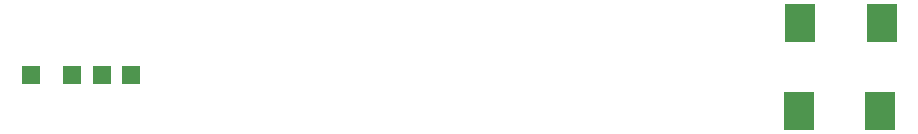
<source format=gbp>
G04 Layer_Color=128*
%FSLAX43Y43*%
%MOMM*%
G71*
G01*
G75*
%ADD12R,1.500X1.500*%
%ADD63R,2.500X3.300*%
D12*
X2763Y32490D02*
D03*
X11263D02*
D03*
X8763D02*
D03*
X6263D02*
D03*
D63*
X74824Y36957D02*
D03*
X67924D02*
D03*
X67797Y29439D02*
D03*
X74697D02*
D03*
M02*

</source>
